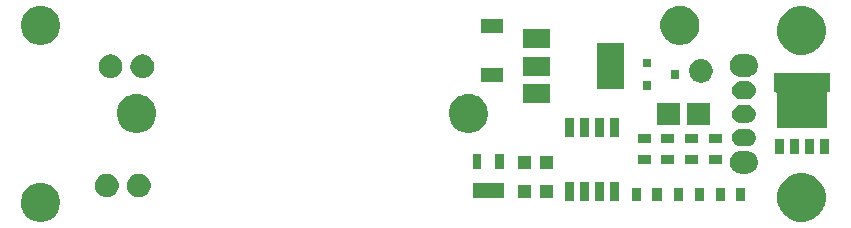
<source format=gbr>
G04 #@! TF.GenerationSoftware,KiCad,Pcbnew,5.1.0-unknown-9e240db~82~ubuntu18.04.1*
G04 #@! TF.CreationDate,2019-04-19T11:17:41+02:00*
G04 #@! TF.ProjectId,VoltMax PWM Board B,566f6c74-4d61-4782-9050-574d20426f61,rev?*
G04 #@! TF.SameCoordinates,Original*
G04 #@! TF.FileFunction,Soldermask,Bot*
G04 #@! TF.FilePolarity,Negative*
%FSLAX46Y46*%
G04 Gerber Fmt 4.6, Leading zero omitted, Abs format (unit mm)*
G04 Created by KiCad (PCBNEW 5.1.0-unknown-9e240db~82~ubuntu18.04.1) date 2019-04-19 11:17:41*
%MOMM*%
%LPD*%
G04 APERTURE LIST*
%ADD10C,0.100000*%
G04 APERTURE END LIST*
D10*
G36*
X176480000Y-103288000D02*
G01*
X176331000Y-103300000D01*
X176186000Y-103335000D01*
X176048000Y-103392000D01*
X175920000Y-103470000D01*
X175807000Y-103567000D01*
X175710000Y-103680000D01*
X175632000Y-103808000D01*
X175575000Y-103946000D01*
X175540000Y-104091000D01*
X175528000Y-104240000D01*
X175540000Y-104389000D01*
X175575000Y-104534000D01*
X175632000Y-104672000D01*
X175710000Y-104800000D01*
X175807000Y-104913000D01*
X175920000Y-105010000D01*
X176048000Y-105088000D01*
X176186000Y-105145000D01*
X176331000Y-105180000D01*
X176480000Y-105192000D01*
X176980000Y-105192000D01*
X177129000Y-105180000D01*
X177274000Y-105145000D01*
X177412000Y-105088000D01*
X177540000Y-105010000D01*
X177653000Y-104913000D01*
X177750000Y-104800000D01*
X177828000Y-104672000D01*
X177885000Y-104534000D01*
X177920000Y-104389000D01*
X177932000Y-104240000D01*
X177920000Y-104091000D01*
X177885000Y-103946000D01*
X177828000Y-103808000D01*
X177750000Y-103680000D01*
X177653000Y-103567000D01*
X177540000Y-103470000D01*
X177412000Y-103392000D01*
X177274000Y-103335000D01*
X177129000Y-103300000D01*
X176980000Y-103288000D01*
X176480000Y-103288000D01*
G37*
G36*
X176480000Y-95088000D02*
G01*
X176331000Y-95100000D01*
X176186000Y-95135000D01*
X176048000Y-95192000D01*
X175920000Y-95270000D01*
X175807000Y-95367000D01*
X175710000Y-95480000D01*
X175632000Y-95608000D01*
X175575000Y-95746000D01*
X175540000Y-95891000D01*
X175528000Y-96040000D01*
X175540000Y-96189000D01*
X175575000Y-96334000D01*
X175632000Y-96472000D01*
X175710000Y-96600000D01*
X175807000Y-96713000D01*
X175920000Y-96810000D01*
X176048000Y-96888000D01*
X176186000Y-96945000D01*
X176331000Y-96980000D01*
X176480000Y-96992000D01*
X176980000Y-96992000D01*
X177129000Y-96980000D01*
X177274000Y-96945000D01*
X177412000Y-96888000D01*
X177540000Y-96810000D01*
X177653000Y-96713000D01*
X177750000Y-96600000D01*
X177828000Y-96472000D01*
X177885000Y-96334000D01*
X177920000Y-96189000D01*
X177932000Y-96040000D01*
X177920000Y-95891000D01*
X177885000Y-95746000D01*
X177828000Y-95608000D01*
X177750000Y-95480000D01*
X177653000Y-95367000D01*
X177540000Y-95270000D01*
X177412000Y-95192000D01*
X177274000Y-95135000D01*
X177129000Y-95100000D01*
X176980000Y-95088000D01*
X176480000Y-95088000D01*
G37*
G36*
X176480000Y-101388000D02*
G01*
X176362000Y-101397000D01*
X176248000Y-101425000D01*
X176139000Y-101470000D01*
X176038000Y-101532000D01*
X175948000Y-101608000D01*
X175872000Y-101698000D01*
X175810000Y-101799000D01*
X175765000Y-101908000D01*
X175737000Y-102022000D01*
X175728000Y-102140000D01*
X175737000Y-102258000D01*
X175765000Y-102372000D01*
X175810000Y-102481000D01*
X175872000Y-102582000D01*
X175948000Y-102672000D01*
X176038000Y-102748000D01*
X176139000Y-102810000D01*
X176248000Y-102855000D01*
X176362000Y-102883000D01*
X176480000Y-102892000D01*
X176980000Y-102892000D01*
X177098000Y-102883000D01*
X177212000Y-102855000D01*
X177321000Y-102810000D01*
X177422000Y-102748000D01*
X177512000Y-102672000D01*
X177588000Y-102582000D01*
X177650000Y-102481000D01*
X177695000Y-102372000D01*
X177723000Y-102258000D01*
X177732000Y-102140000D01*
X177723000Y-102022000D01*
X177695000Y-101908000D01*
X177650000Y-101799000D01*
X177588000Y-101698000D01*
X177512000Y-101608000D01*
X177422000Y-101532000D01*
X177321000Y-101470000D01*
X177212000Y-101425000D01*
X177098000Y-101397000D01*
X176980000Y-101388000D01*
X176480000Y-101388000D01*
G37*
G36*
X176480000Y-99388000D02*
G01*
X176362000Y-99397000D01*
X176248000Y-99425000D01*
X176139000Y-99470000D01*
X176038000Y-99532000D01*
X175948000Y-99608000D01*
X175872000Y-99698000D01*
X175810000Y-99799000D01*
X175765000Y-99908000D01*
X175737000Y-100022000D01*
X175728000Y-100140000D01*
X175737000Y-100258000D01*
X175765000Y-100372000D01*
X175810000Y-100481000D01*
X175872000Y-100582000D01*
X175948000Y-100672000D01*
X176038000Y-100748000D01*
X176139000Y-100810000D01*
X176248000Y-100855000D01*
X176362000Y-100883000D01*
X176480000Y-100892000D01*
X176980000Y-100892000D01*
X177098000Y-100883000D01*
X177212000Y-100855000D01*
X177321000Y-100810000D01*
X177422000Y-100748000D01*
X177512000Y-100672000D01*
X177588000Y-100582000D01*
X177650000Y-100481000D01*
X177695000Y-100372000D01*
X177723000Y-100258000D01*
X177732000Y-100140000D01*
X177723000Y-100022000D01*
X177695000Y-99908000D01*
X177650000Y-99799000D01*
X177588000Y-99698000D01*
X177512000Y-99608000D01*
X177422000Y-99532000D01*
X177321000Y-99470000D01*
X177212000Y-99425000D01*
X177098000Y-99397000D01*
X176980000Y-99388000D01*
X176480000Y-99388000D01*
G37*
G36*
X176480000Y-97388000D02*
G01*
X176362000Y-97397000D01*
X176248000Y-97425000D01*
X176139000Y-97470000D01*
X176038000Y-97532000D01*
X175948000Y-97608000D01*
X175872000Y-97698000D01*
X175810000Y-97799000D01*
X175765000Y-97908000D01*
X175737000Y-98022000D01*
X175728000Y-98140000D01*
X175737000Y-98258000D01*
X175765000Y-98372000D01*
X175810000Y-98481000D01*
X175872000Y-98582000D01*
X175948000Y-98672000D01*
X176038000Y-98748000D01*
X176139000Y-98810000D01*
X176248000Y-98855000D01*
X176362000Y-98883000D01*
X176480000Y-98892000D01*
X176980000Y-98892000D01*
X177098000Y-98883000D01*
X177212000Y-98855000D01*
X177321000Y-98810000D01*
X177422000Y-98748000D01*
X177512000Y-98672000D01*
X177588000Y-98582000D01*
X177650000Y-98481000D01*
X177695000Y-98372000D01*
X177723000Y-98258000D01*
X177732000Y-98140000D01*
X177723000Y-98022000D01*
X177695000Y-97908000D01*
X177650000Y-97799000D01*
X177588000Y-97698000D01*
X177512000Y-97608000D01*
X177422000Y-97532000D01*
X177321000Y-97470000D01*
X177212000Y-97425000D01*
X177098000Y-97397000D01*
X176980000Y-97388000D01*
X176480000Y-97388000D01*
G37*
G36*
X117544256Y-106035298D02*
G01*
X117650579Y-106056447D01*
X117951042Y-106180903D01*
X118221451Y-106361585D01*
X118451415Y-106591549D01*
X118632097Y-106861958D01*
X118725564Y-107087606D01*
X118756553Y-107162422D01*
X118820000Y-107481389D01*
X118820000Y-107806611D01*
X118777702Y-108019256D01*
X118756553Y-108125579D01*
X118632097Y-108426042D01*
X118451415Y-108696451D01*
X118221451Y-108926415D01*
X117951042Y-109107097D01*
X117650579Y-109231553D01*
X117544256Y-109252702D01*
X117331611Y-109295000D01*
X117006389Y-109295000D01*
X116793744Y-109252702D01*
X116687421Y-109231553D01*
X116386958Y-109107097D01*
X116116549Y-108926415D01*
X115886585Y-108696451D01*
X115705903Y-108426042D01*
X115581447Y-108125579D01*
X115560298Y-108019256D01*
X115518000Y-107806611D01*
X115518000Y-107481389D01*
X115581447Y-107162422D01*
X115612437Y-107087606D01*
X115705903Y-106861958D01*
X115886585Y-106591549D01*
X116116549Y-106361585D01*
X116386958Y-106180903D01*
X116687421Y-106056447D01*
X116793744Y-106035298D01*
X117006389Y-105993000D01*
X117331611Y-105993000D01*
X117544256Y-106035298D01*
X117544256Y-106035298D01*
G37*
G36*
X182198254Y-105247818D02*
G01*
X182571511Y-105402426D01*
X182571513Y-105402427D01*
X182907436Y-105626884D01*
X183193116Y-105912564D01*
X183372415Y-106180903D01*
X183417574Y-106248489D01*
X183572182Y-106621746D01*
X183651000Y-107017993D01*
X183651000Y-107422007D01*
X183572182Y-107818254D01*
X183444884Y-108125578D01*
X183417573Y-108191513D01*
X183193116Y-108527436D01*
X182907436Y-108813116D01*
X182571513Y-109037573D01*
X182571512Y-109037574D01*
X182571511Y-109037574D01*
X182198254Y-109192182D01*
X181802007Y-109271000D01*
X181397993Y-109271000D01*
X181001746Y-109192182D01*
X180628489Y-109037574D01*
X180628488Y-109037574D01*
X180628487Y-109037573D01*
X180292564Y-108813116D01*
X180006884Y-108527436D01*
X179782427Y-108191513D01*
X179755116Y-108125578D01*
X179627818Y-107818254D01*
X179549000Y-107422007D01*
X179549000Y-107017993D01*
X179627818Y-106621746D01*
X179782426Y-106248489D01*
X179827586Y-106180903D01*
X180006884Y-105912564D01*
X180292564Y-105626884D01*
X180628487Y-105402427D01*
X180628489Y-105402426D01*
X181001746Y-105247818D01*
X181397993Y-105169000D01*
X181802007Y-105169000D01*
X182198254Y-105247818D01*
X182198254Y-105247818D01*
G37*
G36*
X171611000Y-107551000D02*
G01*
X170839000Y-107551000D01*
X170839000Y-106449000D01*
X171611000Y-106449000D01*
X171611000Y-107551000D01*
X171611000Y-107551000D01*
G37*
G36*
X176861000Y-107551000D02*
G01*
X176089000Y-107551000D01*
X176089000Y-106449000D01*
X176861000Y-106449000D01*
X176861000Y-107551000D01*
X176861000Y-107551000D01*
G37*
G36*
X173361000Y-107551000D02*
G01*
X172589000Y-107551000D01*
X172589000Y-106449000D01*
X173361000Y-106449000D01*
X173361000Y-107551000D01*
X173361000Y-107551000D01*
G37*
G36*
X169761000Y-107551000D02*
G01*
X168989000Y-107551000D01*
X168989000Y-106449000D01*
X169761000Y-106449000D01*
X169761000Y-107551000D01*
X169761000Y-107551000D01*
G37*
G36*
X168011000Y-107551000D02*
G01*
X167239000Y-107551000D01*
X167239000Y-106449000D01*
X168011000Y-106449000D01*
X168011000Y-107551000D01*
X168011000Y-107551000D01*
G37*
G36*
X175111000Y-107551000D02*
G01*
X174339000Y-107551000D01*
X174339000Y-106449000D01*
X175111000Y-106449000D01*
X175111000Y-107551000D01*
X175111000Y-107551000D01*
G37*
G36*
X162371000Y-107525500D02*
G01*
X161619000Y-107525500D01*
X161619000Y-105898500D01*
X162371000Y-105898500D01*
X162371000Y-107525500D01*
X162371000Y-107525500D01*
G37*
G36*
X163641000Y-107525500D02*
G01*
X162889000Y-107525500D01*
X162889000Y-105898500D01*
X163641000Y-105898500D01*
X163641000Y-107525500D01*
X163641000Y-107525500D01*
G37*
G36*
X164911000Y-107525500D02*
G01*
X164159000Y-107525500D01*
X164159000Y-105898500D01*
X164911000Y-105898500D01*
X164911000Y-107525500D01*
X164911000Y-107525500D01*
G37*
G36*
X166181000Y-107525500D02*
G01*
X165429000Y-107525500D01*
X165429000Y-105898500D01*
X166181000Y-105898500D01*
X166181000Y-107525500D01*
X166181000Y-107525500D01*
G37*
G36*
X156401000Y-107301000D02*
G01*
X153799000Y-107301000D01*
X153799000Y-105999000D01*
X156401000Y-105999000D01*
X156401000Y-107301000D01*
X156401000Y-107301000D01*
G37*
G36*
X158701000Y-107251000D02*
G01*
X157599000Y-107251000D01*
X157599000Y-106149000D01*
X158701000Y-106149000D01*
X158701000Y-107251000D01*
X158701000Y-107251000D01*
G37*
G36*
X160601000Y-107251000D02*
G01*
X159499000Y-107251000D01*
X159499000Y-106149000D01*
X160601000Y-106149000D01*
X160601000Y-107251000D01*
X160601000Y-107251000D01*
G37*
G36*
X125695403Y-105217646D02*
G01*
X125792156Y-105236891D01*
X125818538Y-105247819D01*
X125974434Y-105312393D01*
X125974435Y-105312394D01*
X126138483Y-105422007D01*
X126277993Y-105561517D01*
X126277994Y-105561519D01*
X126387607Y-105725566D01*
X126431835Y-105832342D01*
X126459239Y-105898500D01*
X126463109Y-105907845D01*
X126501600Y-106101350D01*
X126501600Y-106298650D01*
X126463109Y-106492155D01*
X126387607Y-106674434D01*
X126387606Y-106674435D01*
X126277993Y-106838483D01*
X126138483Y-106977993D01*
X126078617Y-107017994D01*
X125974434Y-107087607D01*
X125867658Y-107131835D01*
X125792156Y-107163109D01*
X125695403Y-107182354D01*
X125598650Y-107201600D01*
X125401350Y-107201600D01*
X125304597Y-107182354D01*
X125207844Y-107163109D01*
X125132342Y-107131835D01*
X125025566Y-107087607D01*
X124921383Y-107017994D01*
X124861517Y-106977993D01*
X124722007Y-106838483D01*
X124612394Y-106674435D01*
X124612393Y-106674434D01*
X124536891Y-106492155D01*
X124498400Y-106298650D01*
X124498400Y-106101350D01*
X124536891Y-105907845D01*
X124540762Y-105898500D01*
X124568165Y-105832342D01*
X124612393Y-105725566D01*
X124722006Y-105561519D01*
X124722007Y-105561517D01*
X124861517Y-105422007D01*
X125025565Y-105312394D01*
X125025566Y-105312393D01*
X125181462Y-105247819D01*
X125207844Y-105236891D01*
X125304597Y-105217646D01*
X125401350Y-105198400D01*
X125598650Y-105198400D01*
X125695403Y-105217646D01*
X125695403Y-105217646D01*
G37*
G36*
X122995403Y-105217646D02*
G01*
X123092156Y-105236891D01*
X123118538Y-105247819D01*
X123274434Y-105312393D01*
X123274435Y-105312394D01*
X123438483Y-105422007D01*
X123577993Y-105561517D01*
X123577994Y-105561519D01*
X123687607Y-105725566D01*
X123731835Y-105832342D01*
X123759239Y-105898500D01*
X123763109Y-105907845D01*
X123801600Y-106101350D01*
X123801600Y-106298650D01*
X123763109Y-106492155D01*
X123687607Y-106674434D01*
X123687606Y-106674435D01*
X123577993Y-106838483D01*
X123438483Y-106977993D01*
X123378617Y-107017994D01*
X123274434Y-107087607D01*
X123167658Y-107131835D01*
X123092156Y-107163109D01*
X122995403Y-107182354D01*
X122898650Y-107201600D01*
X122701350Y-107201600D01*
X122604597Y-107182354D01*
X122507844Y-107163109D01*
X122432342Y-107131835D01*
X122325566Y-107087607D01*
X122221383Y-107017994D01*
X122161517Y-106977993D01*
X122022007Y-106838483D01*
X121912394Y-106674435D01*
X121912393Y-106674434D01*
X121836891Y-106492155D01*
X121798400Y-106298650D01*
X121798400Y-106101350D01*
X121836891Y-105907845D01*
X121840762Y-105898500D01*
X121868165Y-105832342D01*
X121912393Y-105725566D01*
X122022006Y-105561519D01*
X122022007Y-105561517D01*
X122161517Y-105422007D01*
X122325565Y-105312394D01*
X122325566Y-105312393D01*
X122481462Y-105247819D01*
X122507844Y-105236891D01*
X122604597Y-105217646D01*
X122701350Y-105198400D01*
X122898650Y-105198400D01*
X122995403Y-105217646D01*
X122995403Y-105217646D01*
G37*
G36*
X177007570Y-103324969D02*
G01*
X177180753Y-103396704D01*
X177336607Y-103500842D01*
X177469158Y-103633393D01*
X177573296Y-103789247D01*
X177645031Y-103962430D01*
X177681600Y-104146274D01*
X177681600Y-104333726D01*
X177645031Y-104517570D01*
X177573296Y-104690753D01*
X177469158Y-104846607D01*
X177336607Y-104979158D01*
X177180753Y-105083296D01*
X177007570Y-105155031D01*
X176823726Y-105191600D01*
X176636274Y-105191600D01*
X176452430Y-105155031D01*
X176279247Y-105083296D01*
X176123393Y-104979158D01*
X175990842Y-104846607D01*
X175886704Y-104690753D01*
X175814969Y-104517570D01*
X175778400Y-104333726D01*
X175778400Y-104146274D01*
X175814969Y-103962430D01*
X175886704Y-103789247D01*
X175990842Y-103633393D01*
X176123393Y-103500842D01*
X176279247Y-103396704D01*
X176452430Y-103324969D01*
X176636274Y-103288400D01*
X176823726Y-103288400D01*
X177007570Y-103324969D01*
X177007570Y-103324969D01*
G37*
G36*
X158701000Y-104851000D02*
G01*
X157599000Y-104851000D01*
X157599000Y-103749000D01*
X158701000Y-103749000D01*
X158701000Y-104851000D01*
X158701000Y-104851000D01*
G37*
G36*
X160601000Y-104851000D02*
G01*
X159499000Y-104851000D01*
X159499000Y-103749000D01*
X160601000Y-103749000D01*
X160601000Y-104851000D01*
X160601000Y-104851000D01*
G37*
G36*
X154501000Y-104801000D02*
G01*
X153799000Y-104801000D01*
X153799000Y-103499000D01*
X154501000Y-103499000D01*
X154501000Y-104801000D01*
X154501000Y-104801000D01*
G37*
G36*
X156401000Y-104801000D02*
G01*
X155699000Y-104801000D01*
X155699000Y-103499000D01*
X156401000Y-103499000D01*
X156401000Y-104801000D01*
X156401000Y-104801000D01*
G37*
G36*
X172851000Y-104361000D02*
G01*
X171749000Y-104361000D01*
X171749000Y-103589000D01*
X172851000Y-103589000D01*
X172851000Y-104361000D01*
X172851000Y-104361000D01*
G37*
G36*
X168851000Y-104361000D02*
G01*
X167749000Y-104361000D01*
X167749000Y-103589000D01*
X168851000Y-103589000D01*
X168851000Y-104361000D01*
X168851000Y-104361000D01*
G37*
G36*
X174851000Y-104361000D02*
G01*
X173749000Y-104361000D01*
X173749000Y-103589000D01*
X174851000Y-103589000D01*
X174851000Y-104361000D01*
X174851000Y-104361000D01*
G37*
G36*
X170851000Y-104361000D02*
G01*
X169749000Y-104361000D01*
X169749000Y-103589000D01*
X170851000Y-103589000D01*
X170851000Y-104361000D01*
X170851000Y-104361000D01*
G37*
G36*
X180146000Y-103551000D02*
G01*
X179344000Y-103551000D01*
X179344000Y-102299000D01*
X180146000Y-102299000D01*
X180146000Y-103551000D01*
X180146000Y-103551000D01*
G37*
G36*
X181416000Y-103551000D02*
G01*
X180614000Y-103551000D01*
X180614000Y-102299000D01*
X181416000Y-102299000D01*
X181416000Y-103551000D01*
X181416000Y-103551000D01*
G37*
G36*
X182686000Y-103551000D02*
G01*
X181884000Y-103551000D01*
X181884000Y-102299000D01*
X182686000Y-102299000D01*
X182686000Y-103551000D01*
X182686000Y-103551000D01*
G37*
G36*
X183956000Y-103551000D02*
G01*
X183154000Y-103551000D01*
X183154000Y-102299000D01*
X183956000Y-102299000D01*
X183956000Y-103551000D01*
X183956000Y-103551000D01*
G37*
G36*
X176949234Y-101417283D02*
G01*
X177086016Y-101473940D01*
X177209117Y-101556194D01*
X177313806Y-101660883D01*
X177396060Y-101783984D01*
X177452717Y-101920766D01*
X177481600Y-102065974D01*
X177481600Y-102214026D01*
X177452717Y-102359234D01*
X177396060Y-102496016D01*
X177313806Y-102619117D01*
X177209117Y-102723806D01*
X177086016Y-102806060D01*
X176949234Y-102862717D01*
X176804026Y-102891600D01*
X176655974Y-102891600D01*
X176510766Y-102862717D01*
X176373984Y-102806060D01*
X176250883Y-102723806D01*
X176146194Y-102619117D01*
X176063940Y-102496016D01*
X176007283Y-102359234D01*
X175978400Y-102214026D01*
X175978400Y-102065974D01*
X176007283Y-101920766D01*
X176063940Y-101783984D01*
X176146194Y-101660883D01*
X176250883Y-101556194D01*
X176373984Y-101473940D01*
X176510766Y-101417283D01*
X176655974Y-101388400D01*
X176804026Y-101388400D01*
X176949234Y-101417283D01*
X176949234Y-101417283D01*
G37*
G36*
X168851000Y-102611000D02*
G01*
X167749000Y-102611000D01*
X167749000Y-101839000D01*
X168851000Y-101839000D01*
X168851000Y-102611000D01*
X168851000Y-102611000D01*
G37*
G36*
X174851000Y-102611000D02*
G01*
X173749000Y-102611000D01*
X173749000Y-101839000D01*
X174851000Y-101839000D01*
X174851000Y-102611000D01*
X174851000Y-102611000D01*
G37*
G36*
X170851000Y-102611000D02*
G01*
X169749000Y-102611000D01*
X169749000Y-101839000D01*
X170851000Y-101839000D01*
X170851000Y-102611000D01*
X170851000Y-102611000D01*
G37*
G36*
X172851000Y-102611000D02*
G01*
X171749000Y-102611000D01*
X171749000Y-101839000D01*
X172851000Y-101839000D01*
X172851000Y-102611000D01*
X172851000Y-102611000D01*
G37*
G36*
X166181000Y-102101500D02*
G01*
X165429000Y-102101500D01*
X165429000Y-100474500D01*
X166181000Y-100474500D01*
X166181000Y-102101500D01*
X166181000Y-102101500D01*
G37*
G36*
X164911000Y-102101500D02*
G01*
X164159000Y-102101500D01*
X164159000Y-100474500D01*
X164911000Y-100474500D01*
X164911000Y-102101500D01*
X164911000Y-102101500D01*
G37*
G36*
X163641000Y-102101500D02*
G01*
X162889000Y-102101500D01*
X162889000Y-100474500D01*
X163641000Y-100474500D01*
X163641000Y-102101500D01*
X163641000Y-102101500D01*
G37*
G36*
X162371000Y-102101500D02*
G01*
X161619000Y-102101500D01*
X161619000Y-100474500D01*
X162371000Y-100474500D01*
X162371000Y-102101500D01*
X162371000Y-102101500D01*
G37*
G36*
X153775256Y-98491298D02*
G01*
X153881579Y-98512447D01*
X154094037Y-98600450D01*
X154139101Y-98619116D01*
X154182042Y-98636903D01*
X154452451Y-98817585D01*
X154682415Y-99047549D01*
X154863097Y-99317958D01*
X154961778Y-99556194D01*
X154987553Y-99618422D01*
X155020486Y-99783984D01*
X155051000Y-99937391D01*
X155051000Y-100262609D01*
X154987553Y-100581579D01*
X154863097Y-100882042D01*
X154682415Y-101152451D01*
X154452451Y-101382415D01*
X154182042Y-101563097D01*
X153881579Y-101687553D01*
X153775256Y-101708702D01*
X153562611Y-101751000D01*
X153237389Y-101751000D01*
X153024744Y-101708702D01*
X152918421Y-101687553D01*
X152617958Y-101563097D01*
X152347549Y-101382415D01*
X152117585Y-101152451D01*
X151936903Y-100882042D01*
X151812447Y-100581579D01*
X151749000Y-100262609D01*
X151749000Y-99937391D01*
X151779515Y-99783984D01*
X151812447Y-99618422D01*
X151838223Y-99556194D01*
X151936903Y-99317958D01*
X152117585Y-99047549D01*
X152347549Y-98817585D01*
X152617958Y-98636903D01*
X152660900Y-98619116D01*
X152705963Y-98600450D01*
X152918421Y-98512447D01*
X153024744Y-98491298D01*
X153237389Y-98449000D01*
X153562611Y-98449000D01*
X153775256Y-98491298D01*
X153775256Y-98491298D01*
G37*
G36*
X125675256Y-98491298D02*
G01*
X125781579Y-98512447D01*
X125994037Y-98600450D01*
X126039101Y-98619116D01*
X126082042Y-98636903D01*
X126352451Y-98817585D01*
X126582415Y-99047549D01*
X126763097Y-99317958D01*
X126861778Y-99556194D01*
X126887553Y-99618422D01*
X126920486Y-99783984D01*
X126951000Y-99937391D01*
X126951000Y-100262609D01*
X126887553Y-100581579D01*
X126763097Y-100882042D01*
X126582415Y-101152451D01*
X126352451Y-101382415D01*
X126082042Y-101563097D01*
X125781579Y-101687553D01*
X125675256Y-101708702D01*
X125462611Y-101751000D01*
X125137389Y-101751000D01*
X124924744Y-101708702D01*
X124818421Y-101687553D01*
X124517958Y-101563097D01*
X124247549Y-101382415D01*
X124017585Y-101152451D01*
X123836903Y-100882042D01*
X123712447Y-100581579D01*
X123649000Y-100262609D01*
X123649000Y-99937391D01*
X123679515Y-99783984D01*
X123712447Y-99618422D01*
X123738223Y-99556194D01*
X123836903Y-99317958D01*
X124017585Y-99047549D01*
X124247549Y-98817585D01*
X124517958Y-98636903D01*
X124560900Y-98619116D01*
X124605963Y-98600450D01*
X124818421Y-98512447D01*
X124924744Y-98491298D01*
X125137389Y-98449000D01*
X125462611Y-98449000D01*
X125675256Y-98491298D01*
X125675256Y-98491298D01*
G37*
G36*
X184051000Y-98251000D02*
G01*
X183925999Y-98251000D01*
X183901613Y-98253402D01*
X183878164Y-98260515D01*
X183856553Y-98272066D01*
X183837611Y-98287611D01*
X183822066Y-98306553D01*
X183810515Y-98328164D01*
X183803402Y-98351613D01*
X183801000Y-98375999D01*
X183801000Y-101351000D01*
X179499000Y-101351000D01*
X179499000Y-98375999D01*
X179496598Y-98351613D01*
X179489485Y-98328164D01*
X179477934Y-98306553D01*
X179462389Y-98287611D01*
X179443447Y-98272066D01*
X179421836Y-98260515D01*
X179398387Y-98253402D01*
X179374001Y-98251000D01*
X179249000Y-98251000D01*
X179249000Y-96649000D01*
X184051000Y-96649000D01*
X184051000Y-98251000D01*
X184051000Y-98251000D01*
G37*
G36*
X173831000Y-101095000D02*
G01*
X171929000Y-101095000D01*
X171929000Y-99193000D01*
X173831000Y-99193000D01*
X173831000Y-101095000D01*
X173831000Y-101095000D01*
G37*
G36*
X171291000Y-101095000D02*
G01*
X169389000Y-101095000D01*
X169389000Y-99193000D01*
X171291000Y-99193000D01*
X171291000Y-101095000D01*
X171291000Y-101095000D01*
G37*
G36*
X176949234Y-99417283D02*
G01*
X177086016Y-99473940D01*
X177209117Y-99556194D01*
X177313806Y-99660883D01*
X177396060Y-99783984D01*
X177452717Y-99920766D01*
X177481600Y-100065974D01*
X177481600Y-100214026D01*
X177452717Y-100359234D01*
X177396060Y-100496016D01*
X177313806Y-100619117D01*
X177209117Y-100723806D01*
X177086016Y-100806060D01*
X176949234Y-100862717D01*
X176804026Y-100891600D01*
X176655974Y-100891600D01*
X176510766Y-100862717D01*
X176373984Y-100806060D01*
X176250883Y-100723806D01*
X176146194Y-100619117D01*
X176063940Y-100496016D01*
X176007283Y-100359234D01*
X175978400Y-100214026D01*
X175978400Y-100065974D01*
X176007283Y-99920766D01*
X176063940Y-99783984D01*
X176146194Y-99660883D01*
X176250883Y-99556194D01*
X176373984Y-99473940D01*
X176510766Y-99417283D01*
X176655974Y-99388400D01*
X176804026Y-99388400D01*
X176949234Y-99417283D01*
X176949234Y-99417283D01*
G37*
G36*
X160301000Y-99201000D02*
G01*
X157999000Y-99201000D01*
X157999000Y-97599000D01*
X160301000Y-97599000D01*
X160301000Y-99201000D01*
X160301000Y-99201000D01*
G37*
G36*
X176949234Y-97417283D02*
G01*
X177086016Y-97473940D01*
X177209117Y-97556194D01*
X177313806Y-97660883D01*
X177396060Y-97783984D01*
X177452717Y-97920766D01*
X177481600Y-98065974D01*
X177481600Y-98214026D01*
X177452717Y-98359234D01*
X177396060Y-98496016D01*
X177313806Y-98619117D01*
X177209117Y-98723806D01*
X177086016Y-98806060D01*
X176949234Y-98862717D01*
X176804026Y-98891600D01*
X176655974Y-98891600D01*
X176510766Y-98862717D01*
X176373984Y-98806060D01*
X176250883Y-98723806D01*
X176146194Y-98619117D01*
X176063940Y-98496016D01*
X176007283Y-98359234D01*
X175978400Y-98214026D01*
X175978400Y-98065974D01*
X176007283Y-97920766D01*
X176063940Y-97783984D01*
X176146194Y-97660883D01*
X176250883Y-97556194D01*
X176373984Y-97473940D01*
X176510766Y-97417283D01*
X176655974Y-97388400D01*
X176804026Y-97388400D01*
X176949234Y-97417283D01*
X176949234Y-97417283D01*
G37*
G36*
X168850500Y-98111000D02*
G01*
X168173500Y-98111000D01*
X168173500Y-97389000D01*
X168850500Y-97389000D01*
X168850500Y-98111000D01*
X168850500Y-98111000D01*
G37*
G36*
X166601000Y-98051000D02*
G01*
X164299000Y-98051000D01*
X164299000Y-94149000D01*
X166601000Y-94149000D01*
X166601000Y-98051000D01*
X166601000Y-98051000D01*
G37*
G36*
X173295403Y-95517646D02*
G01*
X173392156Y-95536891D01*
X173467658Y-95568165D01*
X173574434Y-95612393D01*
X173655902Y-95666828D01*
X173738483Y-95722007D01*
X173877993Y-95861517D01*
X173877994Y-95861519D01*
X173987607Y-96025566D01*
X174031835Y-96132342D01*
X174059301Y-96198650D01*
X174063109Y-96207845D01*
X174101600Y-96401350D01*
X174101600Y-96598650D01*
X174063109Y-96792155D01*
X173987607Y-96974434D01*
X173978805Y-96987607D01*
X173877993Y-97138483D01*
X173738483Y-97277993D01*
X173655902Y-97333172D01*
X173574434Y-97387607D01*
X173467658Y-97431835D01*
X173392156Y-97463109D01*
X173337710Y-97473939D01*
X173198650Y-97501600D01*
X173001350Y-97501600D01*
X172862290Y-97473939D01*
X172807844Y-97463109D01*
X172732342Y-97431835D01*
X172625566Y-97387607D01*
X172544098Y-97333172D01*
X172461517Y-97277993D01*
X172322007Y-97138483D01*
X172221195Y-96987607D01*
X172212393Y-96974434D01*
X172136891Y-96792155D01*
X172098400Y-96598650D01*
X172098400Y-96401350D01*
X172136891Y-96207845D01*
X172140700Y-96198650D01*
X172168165Y-96132342D01*
X172212393Y-96025566D01*
X172322006Y-95861519D01*
X172322007Y-95861517D01*
X172461517Y-95722007D01*
X172544098Y-95666828D01*
X172625566Y-95612393D01*
X172732342Y-95568165D01*
X172807844Y-95536891D01*
X172904598Y-95517645D01*
X173001350Y-95498400D01*
X173198650Y-95498400D01*
X173295403Y-95517646D01*
X173295403Y-95517646D01*
G37*
G36*
X156311000Y-97486000D02*
G01*
X154489000Y-97486000D01*
X154489000Y-96264000D01*
X156311000Y-96264000D01*
X156311000Y-97486000D01*
X156311000Y-97486000D01*
G37*
G36*
X171226500Y-97161000D02*
G01*
X170549500Y-97161000D01*
X170549500Y-96439000D01*
X171226500Y-96439000D01*
X171226500Y-97161000D01*
X171226500Y-97161000D01*
G37*
G36*
X125995402Y-95117645D02*
G01*
X126092156Y-95136891D01*
X126167658Y-95168165D01*
X126274434Y-95212393D01*
X126274435Y-95212394D01*
X126438483Y-95322007D01*
X126577993Y-95461517D01*
X126577994Y-95461519D01*
X126687607Y-95625566D01*
X126763109Y-95807845D01*
X126790645Y-95946274D01*
X126801600Y-96001351D01*
X126801600Y-96198649D01*
X126763109Y-96392156D01*
X126759300Y-96401351D01*
X126687607Y-96574434D01*
X126687606Y-96574435D01*
X126577993Y-96738483D01*
X126438483Y-96877993D01*
X126430546Y-96883296D01*
X126274434Y-96987607D01*
X126167658Y-97031835D01*
X126092156Y-97063109D01*
X125995403Y-97082354D01*
X125898650Y-97101600D01*
X125701350Y-97101600D01*
X125604597Y-97082354D01*
X125507844Y-97063109D01*
X125432342Y-97031835D01*
X125325566Y-96987607D01*
X125169454Y-96883296D01*
X125161517Y-96877993D01*
X125022007Y-96738483D01*
X124912394Y-96574435D01*
X124912393Y-96574434D01*
X124840700Y-96401351D01*
X124836891Y-96392156D01*
X124798400Y-96198649D01*
X124798400Y-96001351D01*
X124809356Y-95946274D01*
X124836891Y-95807845D01*
X124912393Y-95625566D01*
X125022006Y-95461519D01*
X125022007Y-95461517D01*
X125161517Y-95322007D01*
X125325565Y-95212394D01*
X125325566Y-95212393D01*
X125432342Y-95168165D01*
X125507844Y-95136891D01*
X125604598Y-95117645D01*
X125701350Y-95098400D01*
X125898650Y-95098400D01*
X125995402Y-95117645D01*
X125995402Y-95117645D01*
G37*
G36*
X123295402Y-95117645D02*
G01*
X123392156Y-95136891D01*
X123467658Y-95168165D01*
X123574434Y-95212393D01*
X123574435Y-95212394D01*
X123738483Y-95322007D01*
X123877993Y-95461517D01*
X123877994Y-95461519D01*
X123987607Y-95625566D01*
X124063109Y-95807845D01*
X124090645Y-95946274D01*
X124101600Y-96001351D01*
X124101600Y-96198649D01*
X124063109Y-96392156D01*
X124059300Y-96401351D01*
X123987607Y-96574434D01*
X123987606Y-96574435D01*
X123877993Y-96738483D01*
X123738483Y-96877993D01*
X123730546Y-96883296D01*
X123574434Y-96987607D01*
X123467658Y-97031835D01*
X123392156Y-97063109D01*
X123295403Y-97082354D01*
X123198650Y-97101600D01*
X123001350Y-97101600D01*
X122904597Y-97082354D01*
X122807844Y-97063109D01*
X122732342Y-97031835D01*
X122625566Y-96987607D01*
X122469454Y-96883296D01*
X122461517Y-96877993D01*
X122322007Y-96738483D01*
X122212394Y-96574435D01*
X122212393Y-96574434D01*
X122140700Y-96401351D01*
X122136891Y-96392156D01*
X122098400Y-96198649D01*
X122098400Y-96001351D01*
X122109356Y-95946274D01*
X122136891Y-95807845D01*
X122212393Y-95625566D01*
X122322006Y-95461519D01*
X122322007Y-95461517D01*
X122461517Y-95322007D01*
X122625565Y-95212394D01*
X122625566Y-95212393D01*
X122732342Y-95168165D01*
X122807844Y-95136891D01*
X122904598Y-95117645D01*
X123001350Y-95098400D01*
X123198650Y-95098400D01*
X123295402Y-95117645D01*
X123295402Y-95117645D01*
G37*
G36*
X177007570Y-95124969D02*
G01*
X177180753Y-95196704D01*
X177336607Y-95300842D01*
X177469158Y-95433393D01*
X177573296Y-95589247D01*
X177645031Y-95762430D01*
X177681600Y-95946274D01*
X177681600Y-96133726D01*
X177645031Y-96317570D01*
X177573296Y-96490753D01*
X177469158Y-96646607D01*
X177336607Y-96779158D01*
X177180753Y-96883296D01*
X177007570Y-96955031D01*
X176823726Y-96991600D01*
X176636274Y-96991600D01*
X176452430Y-96955031D01*
X176279247Y-96883296D01*
X176123393Y-96779158D01*
X175990842Y-96646607D01*
X175886704Y-96490753D01*
X175814969Y-96317570D01*
X175778400Y-96133726D01*
X175778400Y-95946274D01*
X175814969Y-95762430D01*
X175886704Y-95589247D01*
X175990842Y-95433393D01*
X176123393Y-95300842D01*
X176279247Y-95196704D01*
X176452430Y-95124969D01*
X176636274Y-95088400D01*
X176823726Y-95088400D01*
X177007570Y-95124969D01*
X177007570Y-95124969D01*
G37*
G36*
X160301000Y-96901000D02*
G01*
X157999000Y-96901000D01*
X157999000Y-95299000D01*
X160301000Y-95299000D01*
X160301000Y-96901000D01*
X160301000Y-96901000D01*
G37*
G36*
X168850500Y-96211000D02*
G01*
X168173500Y-96211000D01*
X168173500Y-95489000D01*
X168850500Y-95489000D01*
X168850500Y-96211000D01*
X168850500Y-96211000D01*
G37*
G36*
X182198254Y-91117818D02*
G01*
X182571511Y-91272426D01*
X182571513Y-91272427D01*
X182907436Y-91496884D01*
X183193116Y-91782564D01*
X183245900Y-91861560D01*
X183417574Y-92118489D01*
X183572182Y-92491746D01*
X183651000Y-92887993D01*
X183651000Y-93292007D01*
X183572182Y-93688254D01*
X183568953Y-93696049D01*
X183417573Y-94061513D01*
X183193116Y-94397436D01*
X182907436Y-94683116D01*
X182571513Y-94907573D01*
X182571512Y-94907574D01*
X182571511Y-94907574D01*
X182198254Y-95062182D01*
X181802007Y-95141000D01*
X181397993Y-95141000D01*
X181001746Y-95062182D01*
X180628489Y-94907574D01*
X180628488Y-94907574D01*
X180628487Y-94907573D01*
X180292564Y-94683116D01*
X180006884Y-94397436D01*
X179782427Y-94061513D01*
X179631047Y-93696049D01*
X179627818Y-93688254D01*
X179549000Y-93292007D01*
X179549000Y-92887993D01*
X179627818Y-92491746D01*
X179782426Y-92118489D01*
X179954101Y-91861560D01*
X180006884Y-91782564D01*
X180292564Y-91496884D01*
X180628487Y-91272427D01*
X180628489Y-91272426D01*
X181001746Y-91117818D01*
X181397993Y-91039000D01*
X181802007Y-91039000D01*
X182198254Y-91117818D01*
X182198254Y-91117818D01*
G37*
G36*
X160301000Y-94601000D02*
G01*
X157999000Y-94601000D01*
X157999000Y-92999000D01*
X160301000Y-92999000D01*
X160301000Y-94601000D01*
X160301000Y-94601000D01*
G37*
G36*
X117544256Y-91034898D02*
G01*
X117650579Y-91056047D01*
X117951042Y-91180503D01*
X118221451Y-91361185D01*
X118451415Y-91591149D01*
X118632097Y-91861558D01*
X118756553Y-92162021D01*
X118820000Y-92480991D01*
X118820000Y-92806209D01*
X118756553Y-93125179D01*
X118632097Y-93425642D01*
X118451415Y-93696051D01*
X118221451Y-93926015D01*
X117951042Y-94106697D01*
X117650579Y-94231153D01*
X117544256Y-94252302D01*
X117331611Y-94294600D01*
X117006389Y-94294600D01*
X116793744Y-94252302D01*
X116687421Y-94231153D01*
X116386958Y-94106697D01*
X116116549Y-93926015D01*
X115886585Y-93696051D01*
X115705903Y-93425642D01*
X115581447Y-93125179D01*
X115518000Y-92806209D01*
X115518000Y-92480991D01*
X115581447Y-92162021D01*
X115705903Y-91861558D01*
X115886585Y-91591149D01*
X116116549Y-91361185D01*
X116386958Y-91180503D01*
X116687421Y-91056047D01*
X116793744Y-91034898D01*
X117006389Y-90992600D01*
X117331611Y-90992600D01*
X117544256Y-91034898D01*
X117544256Y-91034898D01*
G37*
G36*
X171684256Y-91034898D02*
G01*
X171790579Y-91056047D01*
X172091042Y-91180503D01*
X172361451Y-91361185D01*
X172591415Y-91591149D01*
X172772097Y-91861558D01*
X172896553Y-92162021D01*
X172960000Y-92480991D01*
X172960000Y-92806209D01*
X172896553Y-93125179D01*
X172772097Y-93425642D01*
X172591415Y-93696051D01*
X172361451Y-93926015D01*
X172091042Y-94106697D01*
X171790579Y-94231153D01*
X171684256Y-94252302D01*
X171471611Y-94294600D01*
X171146389Y-94294600D01*
X170933744Y-94252302D01*
X170827421Y-94231153D01*
X170526958Y-94106697D01*
X170256549Y-93926015D01*
X170026585Y-93696051D01*
X169845903Y-93425642D01*
X169721447Y-93125179D01*
X169658000Y-92806209D01*
X169658000Y-92480991D01*
X169721447Y-92162021D01*
X169845903Y-91861558D01*
X170026585Y-91591149D01*
X170256549Y-91361185D01*
X170526958Y-91180503D01*
X170827421Y-91056047D01*
X170933744Y-91034898D01*
X171146389Y-90992600D01*
X171471611Y-90992600D01*
X171684256Y-91034898D01*
X171684256Y-91034898D01*
G37*
G36*
X156311000Y-93336000D02*
G01*
X154489000Y-93336000D01*
X154489000Y-92114000D01*
X156311000Y-92114000D01*
X156311000Y-93336000D01*
X156311000Y-93336000D01*
G37*
M02*

</source>
